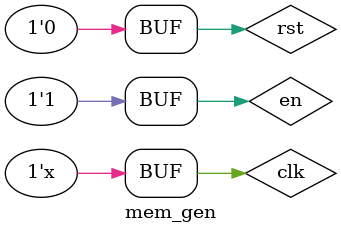
<source format=v>
`timescale 1ms / 1ns


module mem_gen;
reg clk =0;
reg rst = 0;
reg we = 0;
reg en =1;
reg[15:0]din=0;
reg[9:0]addr=0;
wire[15:0]dout;
reg[9:0]cnt1 = 0;
reg[9:0]cnt2 = 0;
VGA ss(clk,rst,en,we,din,addr,dout);
always #10 clk = ~clk;
always @(posedge clk)
begin
    if(cnt1 == 8)
    begin
        cnt1 = 0;
        cnt2 = cnt2 + 1;
    end
else
begin
        cnt1 = cnt1+1;
end
end
always @(negedge clk)
begin
    din = cnt1;
        addr = cnt1;
    if(cnt2[0] == 0) we = 0;
    else we = 1;
end

endmodule

</source>
